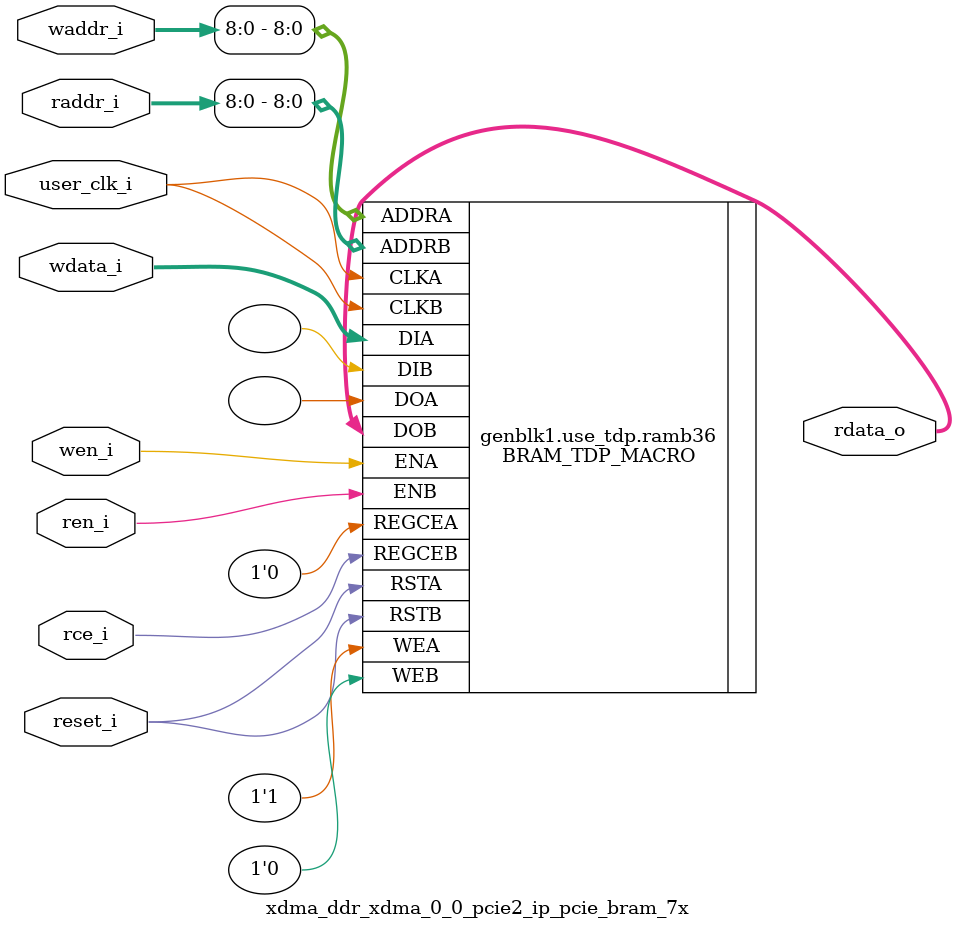
<source format=v>

`timescale 1ps/1ps

(* DowngradeIPIdentifiedWarnings = "yes" *)
module xdma_ddr_xdma_0_0_pcie2_ip_pcie_bram_7x
  #(
    parameter [3:0]  LINK_CAP_MAX_LINK_SPEED = 4'h1,        // PCIe Link Speed : 1 - 2.5 GT/s; 2 - 5.0 GT/s
    parameter [5:0]  LINK_CAP_MAX_LINK_WIDTH = 6'h08,       // PCIe Link Width : 1 / 2 / 4 / 8
    parameter IMPL_TARGET = "HARD",                         // the implementation target : HARD, SOFT
    parameter DOB_REG = 0,                                  // 1 - use the output register;
                                                            // 0 - don't use the output register
    parameter WIDTH = 0                                     // supported WIDTH's : 4, 9, 18, 36 - uses RAMB36
                                                            //                     72 - uses RAMB36SDP
    )
    (
     input               user_clk_i,// user clock
     input               reset_i,   // bram reset

     input               wen_i,     // write enable
     input [12:0]        waddr_i,   // write address
     input [WIDTH - 1:0] wdata_i,   // write data

     input               ren_i,     // read enable
     input               rce_i,     // output register clock enable
     input [12:0]        raddr_i,   // read address

     output [WIDTH - 1:0] rdata_o   // read data
     );

   // map the address bits
   localparam ADDR_MSB = ((WIDTH == 4)  ? 12 :
                          (WIDTH == 9)  ? 11 :
                          (WIDTH == 18) ? 10 :
                          (WIDTH == 36) ?  9 :
                                           8
                          );

   // set the width of the tied off low address bits
   localparam ADDR_LO_BITS = ((WIDTH == 4)  ? 2 :
                              (WIDTH == 9)  ? 3 :
                              (WIDTH == 18) ? 4 :
                              (WIDTH == 36) ? 5 :
                                              0 // for WIDTH 72 use RAMB36SDP
                              );

   // map the data bits
   localparam D_MSB =  ((WIDTH == 4)  ?  3 :
                        (WIDTH == 9)  ?  7 :
                        (WIDTH == 18) ? 15 :
                        (WIDTH == 36) ? 31 :
                                        63
                        );

   // map the data parity bits
   localparam DP_LSB =  D_MSB + 1;

   localparam DP_MSB =  ((WIDTH == 4)  ? 4 :
                         (WIDTH == 9)  ? 8 :
                         (WIDTH == 18) ? 17 :
                         (WIDTH == 36) ? 35 :
                                         71
                        );

   localparam DPW = DP_MSB - DP_LSB + 1;
   localparam WRITE_MODE = ((WIDTH == 72) && (!((LINK_CAP_MAX_LINK_SPEED == 4'h2) && (LINK_CAP_MAX_LINK_WIDTH == 6'h08)))) ? "WRITE_FIRST" :
                           ((LINK_CAP_MAX_LINK_SPEED == 4'h2) && (LINK_CAP_MAX_LINK_WIDTH == 6'h08)) ? "WRITE_FIRST" : "NO_CHANGE";

   localparam DEVICE = (IMPL_TARGET == "HARD") ? "7SERIES" : "VIRTEX6";
   localparam BRAM_SIZE = "36Kb";

   localparam WE_WIDTH =(DEVICE == "VIRTEX5" || DEVICE == "VIRTEX6" || DEVICE == "7SERIES") ?
                            ((WIDTH <= 9) ? 1 :
                             (WIDTH > 9 && WIDTH <= 18) ? 2 :
                             (WIDTH > 18 && WIDTH <= 36) ? 4 :
                             (WIDTH > 36 && WIDTH <= 72) ? 8 :
                             (BRAM_SIZE == "18Kb") ? 4 : 8 ) : 8;

   //synthesis translate_off
   initial begin
      //$display("[%t] %m DOB_REG %0d WIDTH %0d ADDR_MSB %0d ADDR_LO_BITS %0d DP_MSB %0d DP_LSB %0d D_MSB %0d",
      //          $time, DOB_REG,   WIDTH,    ADDR_MSB,    ADDR_LO_BITS,    DP_MSB,    DP_LSB,    D_MSB);

      case (WIDTH)
        4,9,18,36,72:;
        default:
          begin
             $display("[%t] %m Error WIDTH %0d not supported", $time, WIDTH);
             $finish;
          end
      endcase // case (WIDTH)
   end
   //synthesis translate_on

   generate
   if ((LINK_CAP_MAX_LINK_WIDTH == 6'h08 && LINK_CAP_MAX_LINK_SPEED == 4'h2) || (WIDTH == 72)) begin : use_sdp
        BRAM_SDP_MACRO #(
               .DEVICE        (DEVICE),
               .BRAM_SIZE     (BRAM_SIZE),
               .DO_REG        (DOB_REG),
               .READ_WIDTH    (WIDTH),
               .WRITE_WIDTH   (WIDTH),
               .WRITE_MODE    (WRITE_MODE)
               )
        ramb36sdp(
               .DO             (rdata_o[WIDTH-1:0]),
               .DI             (wdata_i[WIDTH-1:0]),
               .RDADDR         (raddr_i[ADDR_MSB:0]),
               .RDCLK          (user_clk_i),
               .RDEN           (ren_i),
               .REGCE          (rce_i),
               .RST            (reset_i),
               .WE             ({WE_WIDTH{1'b1}}),
               .WRADDR         (waddr_i[ADDR_MSB:0]),
               .WRCLK          (user_clk_i),
               .WREN           (wen_i)
               );

    end  // block: use_sdp
    else if (WIDTH <= 36) begin : use_tdp
    // use RAMB36's if the width is 4, 9, 18, or 36
        BRAM_TDP_MACRO #(
               .DEVICE        (DEVICE),
               .BRAM_SIZE     (BRAM_SIZE),
               .DOA_REG       (0),
               .DOB_REG       (DOB_REG),
               .READ_WIDTH_A  (WIDTH),
               .READ_WIDTH_B  (WIDTH),
               .WRITE_WIDTH_A (WIDTH),
               .WRITE_WIDTH_B (WIDTH),
               .WRITE_MODE_A  (WRITE_MODE)
               )
        ramb36(
               .DOA            (),
               .DOB            (rdata_o[WIDTH-1:0]),
               .ADDRA          (waddr_i[ADDR_MSB:0]),
               .ADDRB          (raddr_i[ADDR_MSB:0]),
               .CLKA           (user_clk_i),
               .CLKB           (user_clk_i),
               .DIA            (wdata_i[WIDTH-1:0]),
               .DIB            ({WIDTH{1'b0}}),
               .ENA            (wen_i),
               .ENB            (ren_i),
               .REGCEA         (1'b0),
               .REGCEB         (rce_i),
               .RSTA           (reset_i),
               .RSTB           (reset_i),
               .WEA            ({WE_WIDTH{1'b1}}),
               .WEB            ({WE_WIDTH{1'b0}})
               );
   end // block: use_tdp
   endgenerate

endmodule // pcie_bram_7x


</source>
